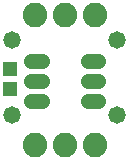
<source format=gts>
G75*
%MOIN*%
%OFA0B0*%
%FSLAX25Y25*%
%IPPOS*%
%LPD*%
%AMOC8*
5,1,8,0,0,1.08239X$1,22.5*
%
%ADD10C,0.05800*%
%ADD11R,0.04737X0.05131*%
%ADD12C,0.08200*%
%ADD13C,0.05131*%
D10*
X0008185Y0021000D03*
X0008185Y0046000D03*
X0043185Y0046000D03*
X0043185Y0021000D03*
D11*
X0007560Y0029529D03*
X0007560Y0036221D03*
D12*
X0015685Y0011000D03*
X0025685Y0011000D03*
X0035685Y0011000D03*
X0035685Y0054125D03*
X0025685Y0054125D03*
X0015685Y0054125D03*
D13*
X0014464Y0038943D02*
X0018008Y0038943D01*
X0014464Y0038943D02*
X0014464Y0038943D01*
X0018008Y0038943D01*
X0018008Y0038943D01*
X0018008Y0032250D02*
X0014464Y0032250D01*
X0014464Y0032250D01*
X0018008Y0032250D01*
X0018008Y0032250D01*
X0018008Y0025557D02*
X0014464Y0025557D01*
X0014464Y0025557D01*
X0018008Y0025557D01*
X0018008Y0025557D01*
X0033362Y0025557D02*
X0036906Y0025557D01*
X0033362Y0025557D02*
X0033362Y0025557D01*
X0036906Y0025557D01*
X0036906Y0025557D01*
X0036906Y0032250D02*
X0033362Y0032250D01*
X0033362Y0032250D01*
X0036906Y0032250D01*
X0036906Y0032250D01*
X0036906Y0038943D02*
X0033362Y0038943D01*
X0033362Y0038943D01*
X0036906Y0038943D01*
X0036906Y0038943D01*
M02*

</source>
